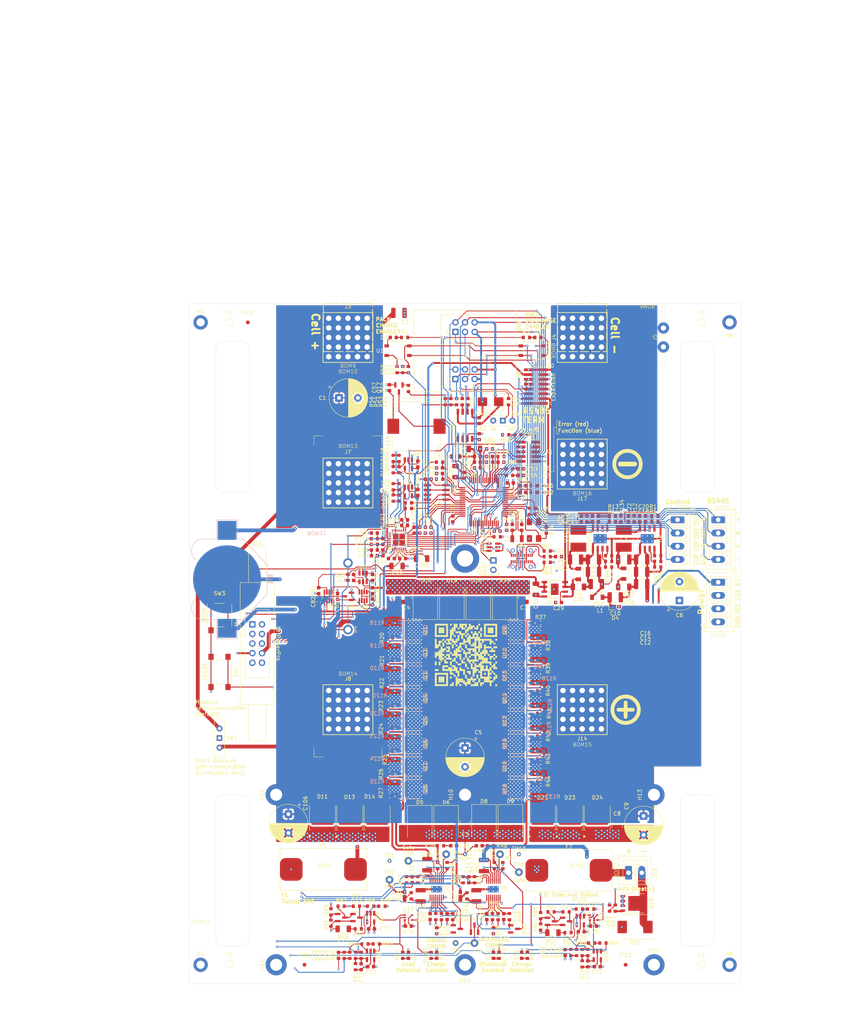
<source format=kicad_pcb>
(kicad_pcb
	(version 20241229)
	(generator "pcbnew")
	(generator_version "9.0")
	(general
		(thickness 1.74)
		(legacy_teardrops no)
	)
	(paper "A3" portrait)
	(layers
		(0 "F.Cu" signal)
		(4 "In1.Cu" signal)
		(6 "In2.Cu" signal)
		(8 "In3.Cu" signal)
		(10 "In4.Cu" signal)
		(2 "B.Cu" signal)
		(9 "F.Adhes" user "F.Adhesive")
		(11 "B.Adhes" user "B.Adhesive")
		(13 "F.Paste" user)
		(15 "B.Paste" user)
		(5 "F.SilkS" user "F.Silkscreen")
		(7 "B.SilkS" user "B.Silkscreen")
		(1 "F.Mask" user)
		(3 "B.Mask" user)
		(17 "Dwgs.User" user "User.Drawings")
		(19 "Cmts.User" user "User.Comments")
		(21 "Eco1.User" user "User.Eco1")
		(23 "Eco2.User" user "User.Eco2")
		(25 "Edge.Cuts" user)
		(27 "Margin" user)
		(31 "F.CrtYd" user "F.Courtyard")
		(29 "B.CrtYd" user "B.Courtyard")
		(35 "F.Fab" user)
		(33 "B.Fab" user)
		(39 "User.1" user)
		(41 "User.2" user "User.2 -Bemaßung")
		(43 "User.3" user "User.3 - Heatsink")
		(45 "User.4" user)
		(47 "User.5" user)
		(49 "User.6" user)
		(51 "User.7" user)
		(53 "User.8" user)
		(55 "User.9" user)
	)
	(setup
		(stackup
			(layer "F.SilkS"
				(type "Top Silk Screen")
			)
			(layer "F.Paste"
				(type "Top Solder Paste")
			)
			(layer "F.Mask"
				(type "Top Solder Mask")
				(color "Red")
				(thickness 0.01)
			)
			(layer "F.Cu"
				(type "copper")
				(thickness 0.07)
			)
			(layer "dielectric 1"
				(type "prepreg")
				(thickness 0.1)
				(material "FR4")
				(epsilon_r 4.5)
				(loss_tangent 0.02)
			)
			(layer "In1.Cu"
				(type "copper")
				(thickness 0.07)
			)
			(layer "dielectric 2"
				(type "core")
				(thickness 0.535)
				(material "FR4")
				(epsilon_r 4.5)
				(loss_tangent 0.02)
			)
			(layer "In2.Cu"
				(type "copper")
				(thickness 0.07)
			)
			(layer "dielectric 3"
				(type "prepreg")
				(thickness 0.1)
				(material "FR4")
				(epsilon_r 4.5)
				(loss_tangent 0.02)
			)
			(layer "In3.Cu"
				(type "copper")
				(thickness 0.035)
			)
			(layer "dielectric 4"
				(type "core")
				(thickness 0.535)
				(material "FR4")
				(epsilon_r 4.5)
				(loss_tangent 0.02)
			)
			(layer "In4.Cu"
				(type "copper")
				(thickness 0.035)
			)
			(layer "dielectric 5"
				(type "prepreg")
				(thickness 0.1)
				(material "FR4")
				(epsilon_r 4.5)
				(loss_tangent 0.02)
			)
			(layer "B.Cu"
				(type "copper")
				(thickness 0.07)
			)
			(layer "B.Mask"
				(type "Bottom Solder Mask")
				(thickness 0.01)
			)
			(layer "B.Paste"
				(type "Bottom Solder Paste")
			)
			(layer "B.SilkS"
				(type "Bottom Silk Screen")
			)
			(copper_finish "None")
			(dielectric_constraints no)
		)
		(pad_to_mask_clearance 0)
		(allow_soldermask_bridges_in_footprints no)
		(tenting front back)
		(aux_axis_origin 100 120)
		(grid_origin 173 120)
		(pcbplotparams
			(layerselection 0x00000000_00000000_55555555_5755f5ff)
			(plot_on_all_layers_selection 0x00000000_00000000_00000000_00000000)
			(disableapertmacros no)
			(usegerberextensions no)
			(usegerberattributes yes)
			(usegerberadvancedattributes yes)
			(creategerberjobfile yes)
			(dashed_line_dash_ratio 12.000000)
			(dashed_line_gap_ratio 3.000000)
			(svgprecision 4)
			(plotframeref no)
			(mode 1)
			(useauxorigin no)
			(hpglpennumber 1)
			(hpglpenspeed 20)
			(hpglpendiameter 15.000000)
			(pdf_front_fp_property_popups yes)
			(pdf_back_fp_property_popups yes)
			(pdf_metadata yes)
			(pdf_single_document no)
			(dxfpolygonmode yes)
			(dxfimperialunits yes)
			(dxfusepcbnewfont yes)
			(psnegative no)
			(psa4output no)
			(plot_black_and_white yes)
			(sketchpadsonfab no)
			(plotpadnumbers no)
			(hidednponfab no)
			(sketchdnponfab yes)
			(crossoutdnponfab yes)
			(subtractmaskfromsilk no)
			(outputformat 1)
			(mirror no)
			(drillshape 1)
			(scaleselection 1)
			(outputdirectory "")
		)
	)
	(net 0 "")
	(net 1 "Net-(D1-K)")
	(net 2 "GND")
	(net 3 "Net-(D2-K)")
	(net 4 "VCC")
	(net 5 "Net-(D1-A)")
	(net 6 "BAT+CONTROLED")
	(net 7 "Net-(D4-K)")
	(net 8 "5V5")
	(net 9 "Net-(U3-VIN)")
	(net 10 "5V0")
	(net 11 "VREF")
	(net 12 "BAT+MEASURED")
	(net 13 "Net-(U3-BST)")
	(net 14 "/analog_measurement/Shunt_A")
	(net 15 "/analog_measurement/Shunt_B")
	(net 16 "ISENSE_FAST+")
	(net 17 "Net-(Q4-G)")
	(net 18 "/analog_measurement/ISENSE_PREZ+")
	(net 19 "Net-(Q5-G)")
	(net 20 "Net-(Q6-G)")
	(net 21 "Net-(Q7-G)")
	(net 22 "Net-(Q8-G)")
	(net 23 "Net-(U3-SW)")
	(net 24 "Net-(C19-Pad1)")
	(net 25 "Net-(U3-FB)")
	(net 26 "Net-(C20-Pad1)")
	(net 27 "Net-(C21-Pad2)")
	(net 28 "/analog_measurement/ISENSE_PREZ-")
	(net 29 "ISENSE_FAST-")
	(net 30 "USENSE+_BUF")
	(net 31 "USENSE_SHUNT_BUF")
	(net 32 "USENSE-_BUF")
	(net 33 "USENSE_SHUNT_BUF-")
	(net 34 "/analog_measurement/ISENSE+")
	(net 35 "/OVP_IN")
	(net 36 "/analog_measurement/ISENSE-")
	(net 37 "SPI1_MOSI")
	(net 38 "/LVP_IN")
	(net 39 "/OVP_OUT")
	(net 40 "/LVP_OUT")
	(net 41 "Net-(Q1-G)")
	(net 42 "Net-(Q2-G)")
	(net 43 "Net-(Q3-G)")
	(net 44 "/greenMeter/CHARGE_ENABLED")
	(net 45 "/greenMeter/DISCHARGE_ENABLED")
	(net 46 "/greenMeter/AUX_EN")
	(net 47 "ADC_START")
	(net 48 "SPI1_MISO")
	(net 49 "/greenMeter/SWCLK")
	(net 50 "/switchControl/CHG_DETECTED")
	(net 51 "Net-(C22-Pad2)")
	(net 52 "/switchControl/LOAD_DETECTED")
	(net 53 "Net-(U5-FILTER)")
	(net 54 "ADC_DRDY")
	(net 55 "ADC_RESET")
	(net 56 "/greenMeter/SWDIO")
	(net 57 "/CHARGE_CONTROL")
	(net 58 "Net-(U6-SS)")
	(net 59 "Net-(C34-Pad1)")
	(net 60 "Net-(Q13-G)")
	(net 61 "Net-(Q14-G)")
	(net 62 "Net-(Q15-G)")
	(net 63 "Net-(Q16-G)")
	(net 64 "/BUS_+5V")
	(net 65 "Net-(C40-Pad1)")
	(net 66 "Net-(U4-BST)")
	(net 67 "Net-(U4-SW)")
	(net 68 "Net-(U4-FB)")
	(net 69 "Net-(U7-SNS-)")
	(net 70 "Net-(U7-TIMER)")
	(net 71 "Net-(U8-SNS-)")
	(net 72 "Net-(U8-TIMER)")
	(net 73 "Net-(Q20-C)")
	(net 74 "Net-(Q21-C)")
	(net 75 "Net-(D2-A)")
	(net 76 "/BUS_GND")
	(net 77 "/BUS_B")
	(net 78 "Net-(D7-K)")
	(net 79 "unconnected-(D10-NC-Pad2)")
	(net 80 "Net-(D12-K)")
	(net 81 "/BUS_A")
	(net 82 "/chargeControl/vcc_int")
	(net 83 "/dischargeControl/vcc_int")
	(net 84 "Net-(D17-K)")
	(net 85 "unconnected-(D20-NC-Pad2)")
	(net 86 "Net-(Q9-G)")
	(net 87 "Net-(Q10-G)")
	(net 88 "Net-(Q11-G)")
	(net 89 "Net-(Q12-G)")
	(net 90 "Net-(U4-EN{slash}UVLO)")
	(net 91 "Net-(D22-K)")
	(net 92 "Net-(U4-RON)")
	(net 93 "Net-(D26-A)")
	(net 94 "Net-(U7-TGDN)")
	(net 95 "Net-(U7-ISET)")
	(net 96 "Net-(U7-TGUP)")
	(net 97 "Net-(U7-VCCUV)")
	(net 98 "Net-(U8-TGDN)")
	(net 99 "Net-(U8-ISET)")
	(net 100 "Net-(U8-TGUP)")
	(net 101 "Net-(U8-VCCUV)")
	(net 102 "Net-(D27-A)")
	(net 103 "Net-(D29-A)")
	(net 104 "Net-(D30-A)")
	(net 105 "Net-(D31-A)")
	(net 106 "Net-(SW1-B)")
	(net 107 "Net-(U7-IMON)")
	(net 108 "Net-(U8-IMON)")
	(net 109 "unconnected-(H4-Pad1)")
	(net 110 "unconnected-(H6-Pad1)")
	(net 111 "unconnected-(H8-Pad1)")
	(net 112 "/LOAD_CONTROL")
	(net 113 "/chargeControl/BST")
	(net 114 "/dischargeControl/BST")
	(net 115 "/U_SENSE+")
	(net 116 "/greenMeter/LVP_SENSE_DIV")
	(net 117 "/greenMeter/OVP_SENSE_DIV")
	(net 118 "/B+Terminal")
	(net 119 "Net-(Q17-B)")
	(net 120 "Net-(BZ1--)")
	(net 121 "/greenMeter/Buzzer")
	(net 122 "/chargeControl/~{Fault}")
	(net 123 "/dischargeControl/~{Fault}")
	(net 124 "Net-(SW2-B)")
	(net 125 "Net-(U3-EN{slash}UVLO)")
	(net 126 "Net-(U3-RON)")
	(net 127 "unconnected-(SW2-A-Pad3)")
	(net 128 "unconnected-(H5-Pad1)")
	(net 129 "unconnected-(H9-Pad1)")
	(net 130 "~{OC_FAULT}")
	(net 131 "/p_good{slash}reset")
	(net 132 "Net-(U7-VIN)")
	(net 133 "Net-(U8-VIN)")
	(net 134 "Net-(BT1-+)")
	(net 135 "/greenMeter/BTN_MODE")
	(net 136 "Net-(D32-A)")
	(net 137 "SWITCH_IN")
	(net 138 "/greenMeter/FDCAN3_RX")
	(net 139 "/greenMeter/I2C4_SDA")
	(net 140 "/greenMeter/I2C4_SCL")
	(net 141 "/greenMeter/FDCAN2_TX")
	(net 142 "/greenMeter/RS485_R_USART1")
	(net 143 "/greenMeter/ADC3_IN5_RESERVED")
	(net 144 "/greenMeter/FDCAN2_RX")
	(net 145 "/greenMeter/FDCAN3_TX")
	(net 146 "/greenMeter/RS485_D_USART1")
	(net 147 "/greenMeter/D+")
	(net 148 "/greenMeter/D-")
	(net 149 "Net-(Q19-B)")
	(net 150 "Net-(Q19-C)")
	(net 151 "ADC_CS")
	(net 152 "SPI1_SCK")
	(net 153 "/greenMeter/I2C3_SDA")
	(net 154 "/greenMeter/I2C3_SCL")
	(net 155 "Net-(U9-PF0)")
	(net 156 "Net-(C45-Pad2)")
	(net 157 "Net-(U9-PC14)")
	(net 158 "Net-(U9-PC15)")
	(net 159 "/greenMeter/RS485_R_USART2")
	(net 160 "/greenMeter/RS485_D_USART2")
	(net 161 "/greenMeter/R1")
	(net 162 "COM")
	(net 163 "/greenMeter/R2")
	(net 164 "Net-(U9-VDDA)")
	(net 165 "Net-(U10-V_{OUT})")
	(net 166 "Net-(U14-+)")
	(net 167 "Net-(U15-+)")
	(net 168 "Net-(U14--)")
	(net 169 "Net-(U15--)")
	(net 170 "Net-(U16-+)")
	(net 171 "Net-(U17-+)")
	(net 172 "Net-(U23-+IN)")
	(net 173 "Net-(U22-+IN)")
	(net 174 "Net-(U24-REFOUT)")
	(net 175 "Net-(U24-CAPN)")
	(net 176 "Net-(U24-CAPP)")
	(net 177 "Net-(U24-BYPASS)")
	(net 178 "Net-(D25-A1)")
	(net 179 "Net-(D33-A)")
	(net 180 "Net-(J18-2)")
	(net 181 "Net-(R134-Pad1)")
	(net 182 "Net-(J19-Pin_1)")
	(net 183 "unconnected-(J21-TX2--PadB3)")
	(net 184 "unconnected-(J21-SHIELD-PadS1)")
	(net 185 "unconnected-(J21-SBU2-PadB8)")
	(net 186 "PS_IN")
	(net 187 "unconnected-(J21-SHIELD-PadS1)_1")
	(net 188 "Net-(J21-CC1)")
	(net 189 "Net-(U13-VP)")
	(net 190 "unconnected-(J21-RX2--PadA10)")
	(net 191 "unconnected-(J21-TX1--PadA3)")
	(net 192 "Net-(J21-CC2)")
	(net 193 "unconnected-(J21-SHIELD-PadS1)_2")
	(net 194 "unconnected-(J21-TX1+-PadA2)")
	(net 195 "unconnected-(J21-TX2+-PadB2)")
	(net 196 "unconnected-(J21-RX2+-PadA11)")
	(net 197 "unconnected-(J21-RX1--PadB10)")
	(net 198 "unconnected-(J21-RX1+-PadB11)")
	(net 199 "unconnected-(J21-SHIELD-PadS1)_3")
	(net 200 "unconnected-(J21-SBU1-PadA8)")
	(net 201 "Net-(Q18-G)")
	(net 202 "Net-(Q20-B)")
	(net 203 "Net-(Q22-C)")
	(net 204 "Net-(U9-PF1)")
	(net 205 "Net-(U9-PA5)")
	(net 206 "Net-(U9-PA4)")
	(net 207 "Net-(U11-A)")
	(net 208 "Net-(U11-B)")
	(net 209 "Net-(R82-Pad1)")
	(net 210 "Net-(R83-Pad1)")
	(net 211 "Net-(U17--)")
	(net 212 "Net-(U16--)")
	(net 213 "Net-(U22--IN)")
	(net 214 "Net-(U23--IN)")
	(net 215 "unconnected-(U9-PB2-Pad26)")
	(net 216 "unconnected-(U9-PB0-Pad24)")
	(net 217 "Net-(U16-Pad1)")
	(net 218 "Net-(U17-Pad1)")
	(net 219 "unconnected-(U24-NC-7-Pad25)")
	(net 220 "unconnected-(U24-NC-6-Pad24)")
	(net 221 "unconnected-(U24-NC-8-Pad26)")
	(net 222 "unconnected-(U24-NC-3-Pad21)")
	(net 223 "unconnected-(U24-NC-4-Pad22)")
	(net 224 "unconnected-(U24-NC-9-Pad27)")
	(net 225 "unconnected-(U24-NC-2-Pad20)")
	(net 226 "unconnected-(U24-NC-1-Pad19)")
	(net 227 "unconnected-(U24-NC-5-Pad23)")
	(net 228 "Net-(Q23-G)")
	(net 229 "Net-(Q24-G)")
	(net 230 "Net-(Q25-G)")
	(net 231 "Net-(Q26-G)")
	(net 232 "Net-(Q27-G)")
	(net 233 "Net-(Q28-G)")
	(net 234 "Net-(Q29-G)")
	(net 235 "Net-(Q30-G)")
	(net 236 "Net-(Q31-G)")
	(net 237 "Net-(Q32-G)")
	(net 238 "Net-(Q33-G)")
	(net 239 "Net-(Q34-G)")
	(net 240 "Net-(Q35-G)")
	(net 241 "Net-(Q36-G)")
	(net 242 "Net-(Q37-G)")
	(net 243 "Net-(Q38-G)")
	(footprint "TestPoint:TestPoint_THTPad_D2.0mm_Drill1.0mm" (layer "F.Cu") (at 168 265.75))
	(footprint "Inductor_SMD:L_0805_2012Metric" (layer "F.Cu") (at 170.5 160.5 180))
	(footprint "Resistor_SMD:R_0603_1608Metric" (layer "F.Cu") (at 195.75 281 180))
	(footprint "Connector_PinHeader_1.27mm:PinHeader_2x08_P1.27mm_Vertical_SMD" (layer "F.Cu") (at 191.75 142 180))
	(footprint "Connector_PinHeader_1.27mm:PinHeader_2x05_P1.27mm_Vertical_SMD" (layer "F.Cu") (at 189.75 159.25 180))
	(footprint "Capacitor_SMD:C_0603_1608Metric" (layer "F.Cu") (at 176.25 162 180))
	(footprint "Capacitor_SMD:C_1210_3225Metric" (layer "F.Cu") (at 163 268.525 -90))
	(footprint "Resistor_SMD:R_0603_1608Metric" (layer "F.Cu") (at 145.5 292.5 90))
	(footprint "Resistor_SMD:R_0603_1608Metric" (layer "F.Cu") (at 155.5 168.5 -90))
	(footprint "Resistor_SMD:R_0603_1608Metric" (layer "F.Cu") (at 191.25 170 180))
	(footprint "Resistor_SMD:R_0603_1608Metric" (layer "F.Cu") (at 203.25 280.25))
	(footprint "TestPoint:TestPoint_THTPad_D2.0mm_Drill1.0mm" (layer "F.Cu") (at 158 267.5))
	(footprint "Capacitor_SMD:C_0603_1608Metric" (layer "F.Cu") (at 176.25 163.5 180))
	(footprint "Button_Switch_SMD:SW_SPST_Omron_B3FS-100xP" (layer "F.Cu") (at 108 217.5 90))
	(footprint "MountingHole:MountingHole_3.2mm_M3_DIN965_Pad" (layer "F.Cu") (at 173 250 90))
	(footprint "Resistor_SMD:R_0603_1608Metric" (layer "F.Cu") (at 193 228.5 180))
	(footprint "myConnector:IDC-Header_2x05_P2.54mm_Latch9.5mm_Vertical" (layer "F.Cu") (at 116.71 204.92))
	(footprint "Capacitor_SMD:C_0603_1608Metric" (layer "F.Cu") (at 188 179.25 -90))
	(footprint "Resistor_SMD:R_0603_1608Metric" (layer "F.Cu") (at 149 182.25))
	(footprint "Diode_SMD:D_SMC" (layer "F.Cu") (at 176.5 198.75 90))
	(footprint "Package_TO_SOT_SMD:TO-252-2" (layer "F.Cu") (at 208 256 90))
	(footprint "Capacitor_SMD:C_0603_1608Metric" (layer "F.Cu") (at 153.5 187.5))
	(footprint "Resistor_SMD:R_0603_1608Metric" (layer "F.Cu") (at 144 295.5 90))
	(footprint "Capacitor_SMD:C_0603_1608Metric" (layer "F.Cu") (at 176.75 151 90))
	(footprint "Package_SO:SOIC-8_5.3x5.3mm_P1.27mm" (layer "F.Cu") (at 173 152.25 90))
	(footprint "myBOM:BOM_PART_2x2mm" (layer "F.Cu") (at 204 129.25))
	(footprint "Resistor_SMD:R_0603_1608Metric"
		(layer "F.Cu")
		(uuid "181838c0-52e7-4beb-b822-58dd7ff64ea8")
		(at 182.5 160.5 180)
		(descr "Resistor SMD 0603 (1608 Metric), square (rectangular) end terminal, IPC-7351 nominal, (Body size source: IPC-SM-782 page 72, https://www.pcb-3d.com/wordpress/wp-content/uploads/ipc-sm-782a_amendment_1_and_2.pdf), generated with kicad-
... [5289490 chars truncated]
</source>
